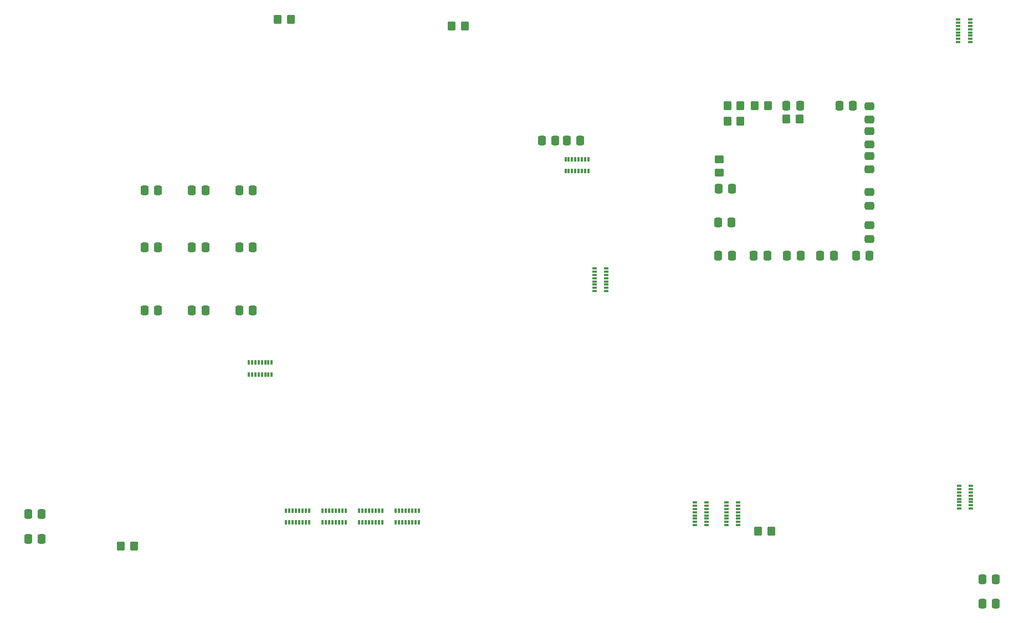
<source format=gbr>
G04 #@! TF.GenerationSoftware,KiCad,Pcbnew,(6.0.5-0)*
G04 #@! TF.CreationDate,2022-07-01T16:01:09+02:00*
G04 #@! TF.ProjectId,Z3660_v02,5a333636-305f-4763-9032-2e6b69636164,rev?*
G04 #@! TF.SameCoordinates,Original*
G04 #@! TF.FileFunction,Paste,Bot*
G04 #@! TF.FilePolarity,Positive*
%FSLAX46Y46*%
G04 Gerber Fmt 4.6, Leading zero omitted, Abs format (unit mm)*
G04 Created by KiCad (PCBNEW (6.0.5-0)) date 2022-07-01 16:01:09*
%MOMM*%
%LPD*%
G01*
G04 APERTURE LIST*
G04 Aperture macros list*
%AMRoundRect*
0 Rectangle with rounded corners*
0 $1 Rounding radius*
0 $2 $3 $4 $5 $6 $7 $8 $9 X,Y pos of 4 corners*
0 Add a 4 corners polygon primitive as box body*
4,1,4,$2,$3,$4,$5,$6,$7,$8,$9,$2,$3,0*
0 Add four circle primitives for the rounded corners*
1,1,$1+$1,$2,$3*
1,1,$1+$1,$4,$5*
1,1,$1+$1,$6,$7*
1,1,$1+$1,$8,$9*
0 Add four rect primitives between the rounded corners*
20,1,$1+$1,$2,$3,$4,$5,0*
20,1,$1+$1,$4,$5,$6,$7,0*
20,1,$1+$1,$6,$7,$8,$9,0*
20,1,$1+$1,$8,$9,$2,$3,0*%
G04 Aperture macros list end*
%ADD10RoundRect,0.250000X-0.337500X-0.475000X0.337500X-0.475000X0.337500X0.475000X-0.337500X0.475000X0*%
%ADD11RoundRect,0.249999X-0.350001X-0.450001X0.350001X-0.450001X0.350001X0.450001X-0.350001X0.450001X0*%
%ADD12R,0.800000X0.300000*%
%ADD13R,0.300000X0.800000*%
%ADD14RoundRect,0.250000X-0.475000X0.337500X-0.475000X-0.337500X0.475000X-0.337500X0.475000X0.337500X0*%
%ADD15RoundRect,0.249999X-0.450001X0.350001X-0.450001X-0.350001X0.450001X-0.350001X0.450001X0.350001X0*%
%ADD16RoundRect,0.249999X0.350001X0.450001X-0.350001X0.450001X-0.350001X-0.450001X0.350001X-0.450001X0*%
%ADD17RoundRect,0.250000X0.475000X-0.337500X0.475000X0.337500X-0.475000X0.337500X-0.475000X-0.337500X0*%
%ADD18RoundRect,0.250000X0.337500X0.475000X-0.337500X0.475000X-0.337500X-0.475000X0.337500X-0.475000X0*%
%ADD19RoundRect,0.250000X-0.350000X-0.450000X0.350000X-0.450000X0.350000X0.450000X-0.350000X0.450000X0*%
G04 APERTURE END LIST*
D10*
X247120500Y-116459000D03*
X249195500Y-116459000D03*
D11*
X166005000Y-31750000D03*
X168005000Y-31750000D03*
D12*
X204989000Y-104676000D03*
X204989000Y-105176000D03*
X204989000Y-105676000D03*
X204989000Y-106176000D03*
X204989000Y-106676000D03*
X204989000Y-107176000D03*
X204989000Y-107676000D03*
X204989000Y-108176000D03*
X203189000Y-108176000D03*
X203189000Y-107676000D03*
X203189000Y-107176000D03*
X203189000Y-106676000D03*
X203189000Y-106176000D03*
X203189000Y-105676000D03*
X203189000Y-105176000D03*
X203189000Y-104676000D03*
X243531000Y-105636000D03*
X243531000Y-105136000D03*
X243531000Y-104636000D03*
X243531000Y-104136000D03*
X243531000Y-103636000D03*
X243531000Y-103136000D03*
X243531000Y-102636000D03*
X243531000Y-102136000D03*
X245331000Y-102136000D03*
X245331000Y-102636000D03*
X245331000Y-103136000D03*
X245331000Y-103636000D03*
X245331000Y-104136000D03*
X245331000Y-104636000D03*
X245331000Y-105136000D03*
X245331000Y-105636000D03*
D13*
X183416000Y-52186000D03*
X183916000Y-52186000D03*
X184416000Y-52186000D03*
X184916000Y-52186000D03*
X185416000Y-52186000D03*
X185916000Y-52186000D03*
X186416000Y-52186000D03*
X186916000Y-52186000D03*
X186916000Y-53986000D03*
X186416000Y-53986000D03*
X185916000Y-53986000D03*
X185416000Y-53986000D03*
X184916000Y-53986000D03*
X184416000Y-53986000D03*
X183916000Y-53986000D03*
X183416000Y-53986000D03*
D12*
X245237000Y-30758000D03*
X245237000Y-31258000D03*
X245237000Y-31758000D03*
X245237000Y-32258000D03*
X245237000Y-32758000D03*
X245237000Y-33258000D03*
X245237000Y-33758000D03*
X245237000Y-34258000D03*
X243437000Y-34258000D03*
X243437000Y-33758000D03*
X243437000Y-33258000D03*
X243437000Y-32758000D03*
X243437000Y-32258000D03*
X243437000Y-31758000D03*
X243437000Y-31258000D03*
X243437000Y-30758000D03*
X187822000Y-72362000D03*
X187822000Y-71862000D03*
X187822000Y-71362000D03*
X187822000Y-70862000D03*
X187822000Y-70362000D03*
X187822000Y-69862000D03*
X187822000Y-69362000D03*
X187822000Y-68862000D03*
X189622000Y-68862000D03*
X189622000Y-69362000D03*
X189622000Y-69862000D03*
X189622000Y-70362000D03*
X189622000Y-70862000D03*
X189622000Y-71362000D03*
X189622000Y-71862000D03*
X189622000Y-72362000D03*
D14*
X229870000Y-44026000D03*
X229870000Y-46101000D03*
D10*
X101324500Y-110236000D03*
X103399500Y-110236000D03*
D15*
X206883000Y-52213000D03*
X206883000Y-54213000D03*
D16*
X210143600Y-46380400D03*
X208143600Y-46380400D03*
X214360000Y-43942000D03*
X212360000Y-43942000D03*
X117459000Y-111379000D03*
X115459000Y-111379000D03*
D12*
X208015000Y-108176000D03*
X208015000Y-107676000D03*
X208015000Y-107176000D03*
X208015000Y-106676000D03*
X208015000Y-106176000D03*
X208015000Y-105676000D03*
X208015000Y-105176000D03*
X208015000Y-104676000D03*
X209815000Y-104676000D03*
X209815000Y-105176000D03*
X209815000Y-105676000D03*
X209815000Y-106176000D03*
X209815000Y-106676000D03*
X209815000Y-107176000D03*
X209815000Y-107676000D03*
X209815000Y-108176000D03*
D13*
X135029000Y-83301000D03*
X135529000Y-83301000D03*
X136029000Y-83301000D03*
X136529000Y-83301000D03*
X137029000Y-83301000D03*
X137529000Y-83301000D03*
X138029000Y-83301000D03*
X138529000Y-83301000D03*
X138529000Y-85101000D03*
X138029000Y-85101000D03*
X137529000Y-85101000D03*
X137029000Y-85101000D03*
X136529000Y-85101000D03*
X136029000Y-85101000D03*
X135529000Y-85101000D03*
X135029000Y-85101000D03*
X160976000Y-107763000D03*
X160476000Y-107763000D03*
X159976000Y-107763000D03*
X159476000Y-107763000D03*
X158976000Y-107763000D03*
X158476000Y-107763000D03*
X157976000Y-107763000D03*
X157476000Y-107763000D03*
X157476000Y-105963000D03*
X157976000Y-105963000D03*
X158476000Y-105963000D03*
X158976000Y-105963000D03*
X159476000Y-105963000D03*
X159976000Y-105963000D03*
X160476000Y-105963000D03*
X160976000Y-105963000D03*
X149800000Y-107763000D03*
X149300000Y-107763000D03*
X148800000Y-107763000D03*
X148300000Y-107763000D03*
X147800000Y-107763000D03*
X147300000Y-107763000D03*
X146800000Y-107763000D03*
X146300000Y-107763000D03*
X146300000Y-105963000D03*
X146800000Y-105963000D03*
X147300000Y-105963000D03*
X147800000Y-105963000D03*
X148300000Y-105963000D03*
X148800000Y-105963000D03*
X149300000Y-105963000D03*
X149800000Y-105963000D03*
X144212000Y-107763000D03*
X143712000Y-107763000D03*
X143212000Y-107763000D03*
X142712000Y-107763000D03*
X142212000Y-107763000D03*
X141712000Y-107763000D03*
X141212000Y-107763000D03*
X140712000Y-107763000D03*
X140712000Y-105963000D03*
X141212000Y-105963000D03*
X141712000Y-105963000D03*
X142212000Y-105963000D03*
X142712000Y-105963000D03*
X143212000Y-105963000D03*
X143712000Y-105963000D03*
X144212000Y-105963000D03*
D17*
X229870000Y-49932500D03*
X229870000Y-47857500D03*
D10*
X101324500Y-106426000D03*
X103399500Y-106426000D03*
X247120500Y-120142000D03*
X249195500Y-120142000D03*
D16*
X210143600Y-43942000D03*
X208143600Y-43942000D03*
D13*
X155388000Y-107763000D03*
X154888000Y-107763000D03*
X154388000Y-107763000D03*
X153888000Y-107763000D03*
X153388000Y-107763000D03*
X152888000Y-107763000D03*
X152388000Y-107763000D03*
X151888000Y-107763000D03*
X151888000Y-105963000D03*
X152388000Y-105963000D03*
X152888000Y-105963000D03*
X153388000Y-105963000D03*
X153888000Y-105963000D03*
X154388000Y-105963000D03*
X154888000Y-105963000D03*
X155388000Y-105963000D03*
D11*
X212868000Y-109093000D03*
X214868000Y-109093000D03*
X139462000Y-30734000D03*
X141462000Y-30734000D03*
D10*
X126343500Y-56896000D03*
X128418500Y-56896000D03*
D18*
X121179500Y-65659000D03*
X119104500Y-65659000D03*
D10*
X126343500Y-65659000D03*
X128418500Y-65659000D03*
X133582500Y-65659000D03*
X135657500Y-65659000D03*
D18*
X121179500Y-75311000D03*
X119104500Y-75311000D03*
X128418500Y-75311000D03*
X126343500Y-75311000D03*
X229891500Y-66929000D03*
X227816500Y-66929000D03*
D10*
X212195500Y-66929000D03*
X214270500Y-66929000D03*
X217275500Y-66929000D03*
X219350500Y-66929000D03*
X222355500Y-66929000D03*
X224430500Y-66929000D03*
D14*
X229870000Y-57192000D03*
X229870000Y-59267000D03*
X229870000Y-51667500D03*
X229870000Y-53742500D03*
D10*
X206756500Y-66929000D03*
X208831500Y-66929000D03*
D14*
X229870000Y-62272000D03*
X229870000Y-64347000D03*
D10*
X206734500Y-61849000D03*
X208809500Y-61849000D03*
X133582500Y-56896000D03*
X135657500Y-56896000D03*
X119104500Y-56896000D03*
X121179500Y-56896000D03*
D18*
X185695500Y-49276000D03*
X183620500Y-49276000D03*
D10*
X179810500Y-49276000D03*
X181885500Y-49276000D03*
D18*
X227351500Y-44005500D03*
X225276500Y-44005500D03*
D10*
X206798000Y-56705500D03*
X208873000Y-56705500D03*
D18*
X135657500Y-75311000D03*
X133582500Y-75311000D03*
D10*
X217170500Y-44005500D03*
X219245500Y-44005500D03*
D19*
X217186000Y-45974000D03*
X219186000Y-45974000D03*
M02*

</source>
